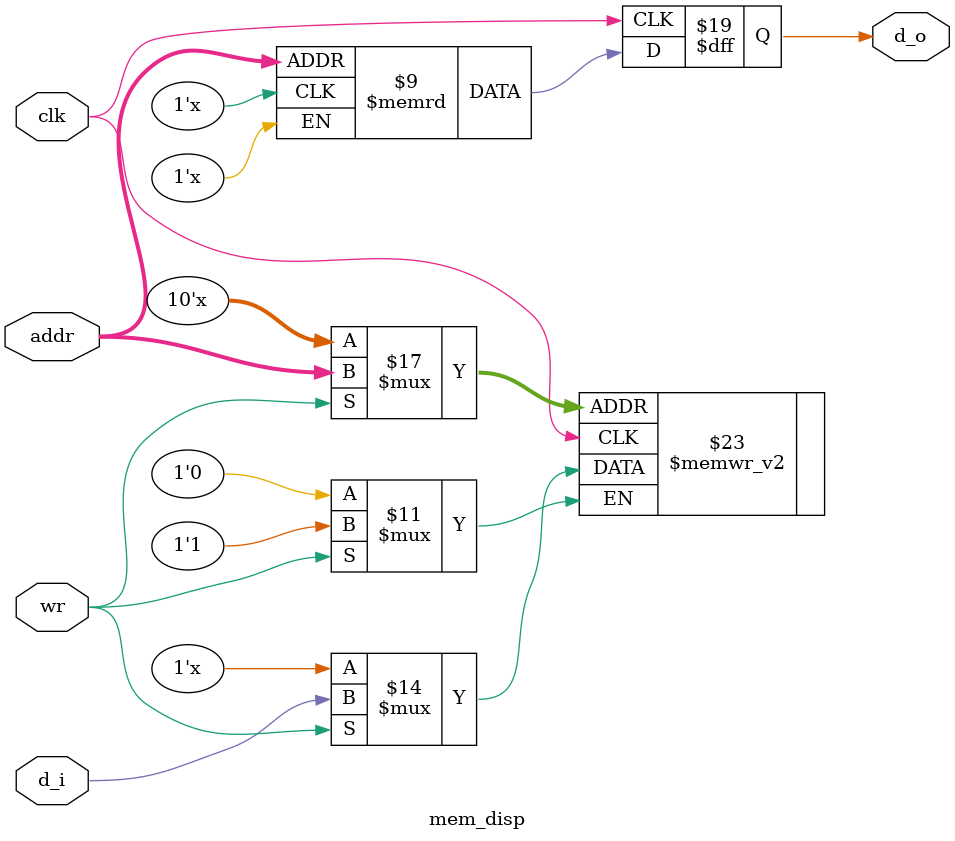
<source format=sv>
module mem_disp	   (
   input          clk,
   input          wr,
   input [9:0]    addr,
   input          d_i,
   output logic     d_o);
   
   logic            mem   [1024];

   always @ (posedge clk) begin
      if(wr)
         mem[addr]   <= d_i;
      d_o  <=  mem[addr];
  end
endmodule

</source>
